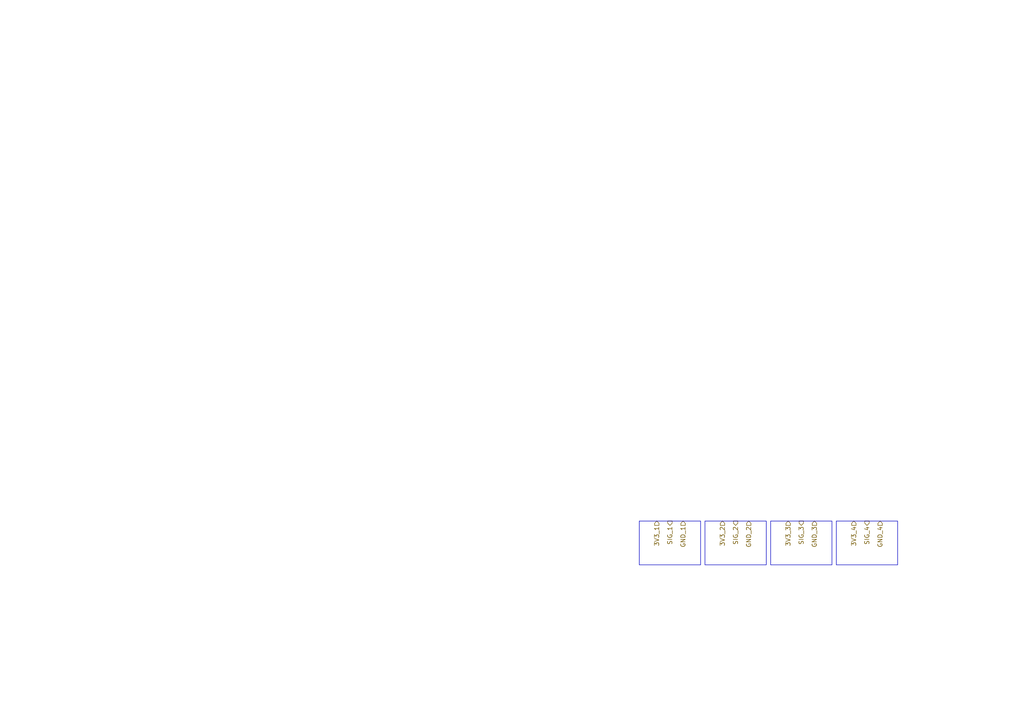
<source format=kicad_sch>
(kicad_sch (version 20230121) (generator eeschema)
  (paper "A4")
  (title_block (title "Team 10: WeMove Robot circuitry") (date "2023-08-07") (rev "v0.1") (company "University of Cape Town") (comment 1 "Author: Cameron Clark"))
  (lib_symbols)
  (rectangle (start 185.42 151.13) (end 203.2 163.83))
  (rectangle (start 204.47 151.13) (end 222.25 163.83))
  (rectangle (start 242.57 151.13) (end 260.35 163.83))
  (rectangle (start 223.52 151.13) (end 241.3 163.83))
  (hierarchical_label "SIG_2" (shape output) (at 213.36 151.13 270))
  (hierarchical_label "3V3_2" (shape input) (at 209.55 151.13 270))
  (hierarchical_label "GND_1" (shape input) (at 198.12 151.13 270))
  (hierarchical_label "3V3_4" (shape input) (at 247.65 151.13 270))
  (hierarchical_label "SIG_4" (shape output) (at 251.46 151.13 270))
  (hierarchical_label "SIG_3" (shape output) (at 232.41 151.13 270))
  (hierarchical_label "3V3_1" (shape input) (at 190.5 151.13 270))
  (hierarchical_label "GND_4" (shape input) (at 255.27 151.13 270))
  (hierarchical_label "GND_3" (shape input) (at 236.22 151.13 270))
  (hierarchical_label "GND_2" (shape input) (at 217.17 151.13 270))
  (hierarchical_label "3V3_3" (shape input) (at 228.6 151.13 270))
  (hierarchical_label "SIG_1" (shape output) (at 194.31 151.13 270))
)
</source>
